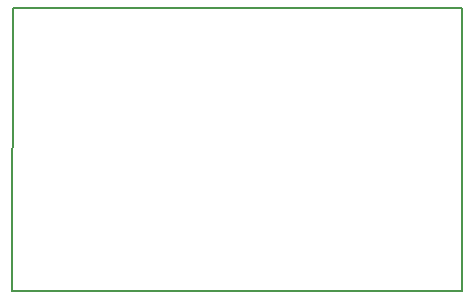
<source format=gm1>
G04 #@! TF.GenerationSoftware,KiCad,Pcbnew,5.0.2-bee76a0~70~ubuntu18.04.1*
G04 #@! TF.CreationDate,2019-03-13T17:32:59-07:00*
G04 #@! TF.ProjectId,shellbell,7368656c-6c62-4656-9c6c-2e6b69636164,rev?*
G04 #@! TF.SameCoordinates,Original*
G04 #@! TF.FileFunction,Profile,NP*
%FSLAX46Y46*%
G04 Gerber Fmt 4.6, Leading zero omitted, Abs format (unit mm)*
G04 Created by KiCad (PCBNEW 5.0.2-bee76a0~70~ubuntu18.04.1) date Wed 13 Mar 2019 05:32:59 PM PDT*
%MOMM*%
%LPD*%
G01*
G04 APERTURE LIST*
%ADD10C,0.150000*%
G04 APERTURE END LIST*
D10*
X138430000Y-91440000D02*
X138500000Y-67500000D01*
X176530000Y-91440000D02*
X138430000Y-91440000D01*
X176500000Y-67500000D02*
X176530000Y-91440000D01*
X138500000Y-67500000D02*
X176500000Y-67500000D01*
M02*

</source>
